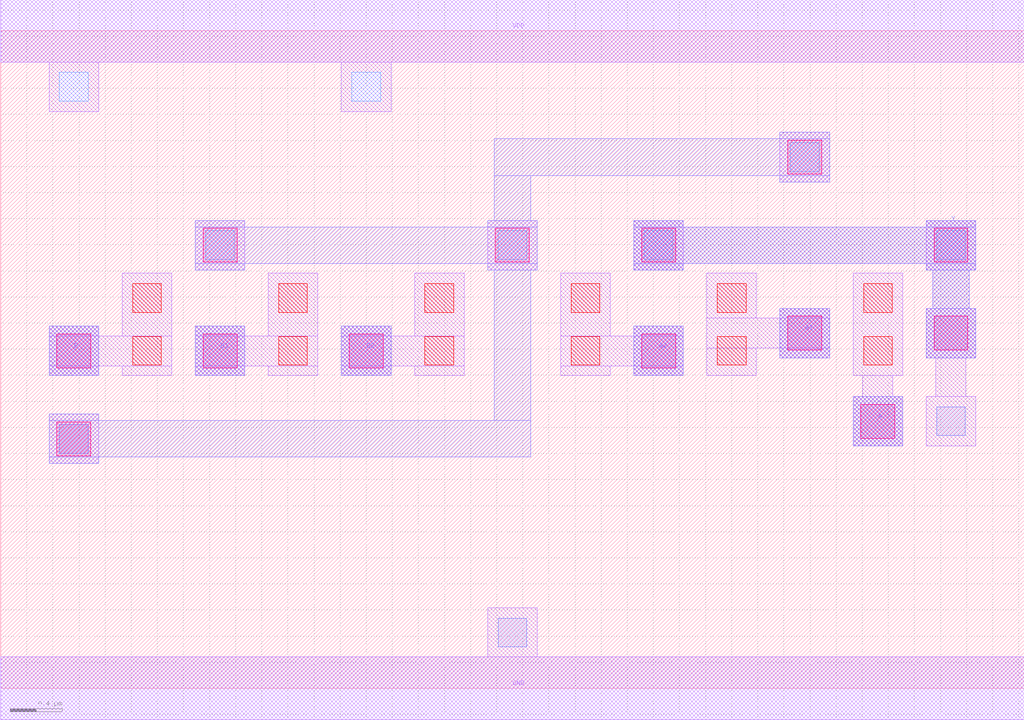
<source format=lef>
MACRO AAOI33
 CLASS CORE ;
 FOREIGN AAOI33 0 0 ;
 SIZE 7.84 BY 5.04 ;
 ORIGIN 0 0 ;
 SYMMETRY X Y R90 ;
 SITE unit ;
  PIN VDD
   DIRECTION INOUT ;
   USE POWER ;
   SHAPE ABUTMENT ;
    PORT
     CLASS CORE ;
       LAYER met1 ;
        RECT 0.00000000 4.80000000 7.84000000 5.28000000 ;
    END
  END VDD

  PIN GND
   DIRECTION INOUT ;
   USE POWER ;
   SHAPE ABUTMENT ;
    PORT
     CLASS CORE ;
       LAYER met1 ;
        RECT 0.00000000 -0.24000000 7.84000000 0.24000000 ;
    END
  END GND

  PIN Y
   DIRECTION INOUT ;
   USE SIGNAL ;
   SHAPE ABUTMENT ;
    PORT
     CLASS CORE ;
       LAYER met2 ;
        RECT 7.09000000 2.53200000 7.47000000 2.91200000 ;
        RECT 7.14000000 2.91200000 7.42000000 3.20700000 ;
        RECT 4.85000000 3.20700000 5.23000000 3.25700000 ;
        RECT 7.09000000 3.20700000 7.47000000 3.25700000 ;
        RECT 4.85000000 3.25700000 7.47000000 3.53700000 ;
        RECT 4.85000000 3.53700000 5.23000000 3.58700000 ;
        RECT 7.09000000 3.53700000 7.47000000 3.58700000 ;
    END
  END Y

  PIN A
   DIRECTION INOUT ;
   USE SIGNAL ;
   SHAPE ABUTMENT ;
    PORT
     CLASS CORE ;
       LAYER met2 ;
        RECT 6.53000000 1.85700000 6.91000000 2.23700000 ;
    END
  END A

  PIN B1
   DIRECTION INOUT ;
   USE SIGNAL ;
   SHAPE ABUTMENT ;
    PORT
     CLASS CORE ;
       LAYER met2 ;
        RECT 1.49000000 2.39700000 1.87000000 2.77700000 ;
    END
  END B1

  PIN A2
   DIRECTION INOUT ;
   USE SIGNAL ;
   SHAPE ABUTMENT ;
    PORT
     CLASS CORE ;
       LAYER met2 ;
        RECT 4.85000000 2.39700000 5.23000000 2.77700000 ;
    END
  END A2

  PIN B2
   DIRECTION INOUT ;
   USE SIGNAL ;
   SHAPE ABUTMENT ;
    PORT
     CLASS CORE ;
       LAYER met2 ;
        RECT 2.61000000 2.39700000 2.99000000 2.77700000 ;
    END
  END B2

  PIN B
   DIRECTION INOUT ;
   USE SIGNAL ;
   SHAPE ABUTMENT ;
    PORT
     CLASS CORE ;
       LAYER met2 ;
        RECT 0.37000000 2.39700000 0.75000000 2.77700000 ;
    END
  END B

  PIN A1
   DIRECTION INOUT ;
   USE SIGNAL ;
   SHAPE ABUTMENT ;
    PORT
     CLASS CORE ;
       LAYER met2 ;
        RECT 5.97000000 2.53200000 6.35000000 2.91200000 ;
    END
  END A1

 OBS
    LAYER polycont ;
     RECT 1.01000000 2.47700000 1.23000000 2.69700000 ;
     RECT 2.13000000 2.47700000 2.35000000 2.69700000 ;
     RECT 3.25000000 2.47700000 3.47000000 2.69700000 ;
     RECT 4.37000000 2.47700000 4.59000000 2.69700000 ;
     RECT 5.49000000 2.47700000 5.71000000 2.69700000 ;
     RECT 6.61000000 2.47700000 6.83000000 2.69700000 ;
     RECT 1.01000000 2.88200000 1.23000000 3.10200000 ;
     RECT 2.13000000 2.88200000 2.35000000 3.10200000 ;
     RECT 3.25000000 2.88200000 3.47000000 3.10200000 ;
     RECT 4.37000000 2.88200000 4.59000000 3.10200000 ;
     RECT 5.49000000 2.88200000 5.71000000 3.10200000 ;
     RECT 6.61000000 2.88200000 6.83000000 3.10200000 ;

    LAYER pdiffc ;
     RECT 1.57000000 3.28700000 1.79000000 3.50700000 ;
     RECT 3.81000000 3.28700000 4.03000000 3.50700000 ;
     RECT 4.93000000 3.28700000 5.15000000 3.50700000 ;
     RECT 7.17000000 3.28700000 7.39000000 3.50700000 ;
     RECT 6.05000000 3.96200000 6.27000000 4.18200000 ;
     RECT 0.45000000 4.50200000 0.67000000 4.72200000 ;
     RECT 2.69000000 4.50200000 2.91000000 4.72200000 ;

    LAYER ndiffc ;
     RECT 3.81000000 0.31700000 4.03000000 0.53700000 ;
     RECT 0.45000000 1.80200000 0.67000000 2.02200000 ;
     RECT 7.17000000 1.93700000 7.39000000 2.15700000 ;

    LAYER met1 ;
     RECT 0.00000000 -0.24000000 7.84000000 0.24000000 ;
     RECT 3.73000000 0.24000000 4.11000000 0.61700000 ;
     RECT 0.37000000 1.72200000 0.75000000 2.10200000 ;
     RECT 7.09000000 1.85700000 7.47000000 2.23700000 ;
     RECT 7.16500000 2.23700000 7.39500000 2.53200000 ;
     RECT 7.09000000 2.53200000 7.47000000 2.91200000 ;
     RECT 0.37000000 2.39700000 0.75000000 2.47200000 ;
     RECT 0.93000000 2.39700000 1.31000000 2.47200000 ;
     RECT 0.37000000 2.47200000 1.31000000 2.70200000 ;
     RECT 0.37000000 2.70200000 0.75000000 2.77700000 ;
     RECT 0.93000000 2.70200000 1.31000000 3.18200000 ;
     RECT 1.49000000 2.39700000 1.87000000 2.47200000 ;
     RECT 2.05000000 2.39700000 2.43000000 2.47200000 ;
     RECT 1.49000000 2.47200000 2.43000000 2.70200000 ;
     RECT 1.49000000 2.70200000 1.87000000 2.77700000 ;
     RECT 2.05000000 2.70200000 2.43000000 3.18200000 ;
     RECT 2.61000000 2.39700000 2.99000000 2.47200000 ;
     RECT 3.17000000 2.39700000 3.55000000 2.47200000 ;
     RECT 2.61000000 2.47200000 3.55000000 2.70200000 ;
     RECT 2.61000000 2.70200000 2.99000000 2.77700000 ;
     RECT 3.17000000 2.70200000 3.55000000 3.18200000 ;
     RECT 4.29000000 2.39700000 4.67000000 2.47200000 ;
     RECT 4.85000000 2.39700000 5.23000000 2.47200000 ;
     RECT 4.29000000 2.47200000 5.23000000 2.70200000 ;
     RECT 4.85000000 2.70200000 5.23000000 2.77700000 ;
     RECT 4.29000000 2.70200000 4.67000000 3.18200000 ;
     RECT 5.41000000 2.39700000 5.79000000 2.60700000 ;
     RECT 5.97000000 2.53200000 6.35000000 2.60700000 ;
     RECT 5.41000000 2.60700000 6.35000000 2.83700000 ;
     RECT 5.97000000 2.83700000 6.35000000 2.91200000 ;
     RECT 5.41000000 2.83700000 5.79000000 3.18200000 ;
     RECT 6.53000000 1.85700000 6.91000000 2.23700000 ;
     RECT 6.60500000 2.23700000 6.83500000 2.39700000 ;
     RECT 6.53000000 2.39700000 6.91000000 3.18200000 ;
     RECT 1.49000000 3.20700000 1.87000000 3.58700000 ;
     RECT 3.73000000 3.20700000 4.11000000 3.58700000 ;
     RECT 4.85000000 3.20700000 5.23000000 3.58700000 ;
     RECT 7.09000000 3.20700000 7.47000000 3.58700000 ;
     RECT 5.97000000 3.88200000 6.35000000 4.26200000 ;
     RECT 0.37000000 4.42200000 0.75000000 4.80000000 ;
     RECT 2.61000000 4.42200000 2.99000000 4.80000000 ;
     RECT 0.00000000 4.80000000 7.84000000 5.28000000 ;

    LAYER via1 ;
     RECT 0.43000000 1.78200000 0.69000000 2.04200000 ;
     RECT 6.59000000 1.91700000 6.85000000 2.17700000 ;
     RECT 0.43000000 2.45700000 0.69000000 2.71700000 ;
     RECT 1.55000000 2.45700000 1.81000000 2.71700000 ;
     RECT 2.67000000 2.45700000 2.93000000 2.71700000 ;
     RECT 4.91000000 2.45700000 5.17000000 2.71700000 ;
     RECT 6.03000000 2.59200000 6.29000000 2.85200000 ;
     RECT 7.15000000 2.59200000 7.41000000 2.85200000 ;
     RECT 1.55000000 3.26700000 1.81000000 3.52700000 ;
     RECT 3.79000000 3.26700000 4.05000000 3.52700000 ;
     RECT 4.91000000 3.26700000 5.17000000 3.52700000 ;
     RECT 7.15000000 3.26700000 7.41000000 3.52700000 ;
     RECT 6.03000000 3.94200000 6.29000000 4.20200000 ;

    LAYER met2 ;
     RECT 6.53000000 1.85700000 6.91000000 2.23700000 ;
     RECT 0.37000000 2.39700000 0.75000000 2.77700000 ;
     RECT 1.49000000 2.39700000 1.87000000 2.77700000 ;
     RECT 2.61000000 2.39700000 2.99000000 2.77700000 ;
     RECT 4.85000000 2.39700000 5.23000000 2.77700000 ;
     RECT 5.97000000 2.53200000 6.35000000 2.91200000 ;
     RECT 7.09000000 2.53200000 7.47000000 2.91200000 ;
     RECT 7.14000000 2.91200000 7.42000000 3.20700000 ;
     RECT 4.85000000 3.20700000 5.23000000 3.25700000 ;
     RECT 7.09000000 3.20700000 7.47000000 3.25700000 ;
     RECT 4.85000000 3.25700000 7.47000000 3.53700000 ;
     RECT 4.85000000 3.53700000 5.23000000 3.58700000 ;
     RECT 7.09000000 3.53700000 7.47000000 3.58700000 ;
     RECT 0.37000000 1.72200000 0.75000000 1.77200000 ;
     RECT 0.37000000 1.77200000 4.06000000 2.05200000 ;
     RECT 0.37000000 2.05200000 0.75000000 2.10200000 ;
     RECT 3.78000000 2.05200000 4.06000000 3.20700000 ;
     RECT 1.49000000 3.20700000 1.87000000 3.25700000 ;
     RECT 3.73000000 3.20700000 4.11000000 3.25700000 ;
     RECT 1.49000000 3.25700000 4.11000000 3.53700000 ;
     RECT 1.49000000 3.53700000 1.87000000 3.58700000 ;
     RECT 3.73000000 3.53700000 4.11000000 3.58700000 ;
     RECT 3.78000000 3.58700000 4.06000000 3.93200000 ;
     RECT 5.97000000 3.88200000 6.35000000 3.93200000 ;
     RECT 3.78000000 3.93200000 6.35000000 4.21200000 ;
     RECT 5.97000000 4.21200000 6.35000000 4.26200000 ;

 END
END AAOI33

</source>
